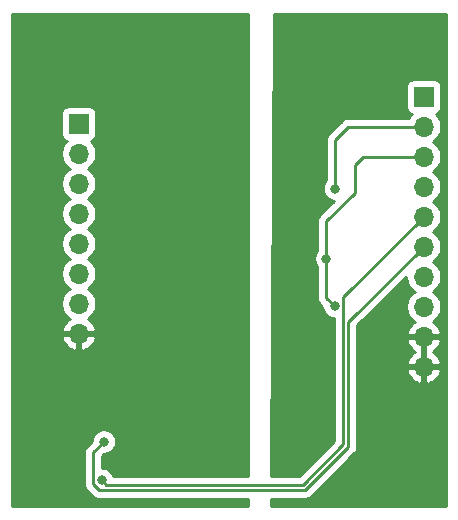
<source format=gbr>
%TF.GenerationSoftware,KiCad,Pcbnew,5.1.9+dfsg1-1*%
%TF.CreationDate,2021-05-25T15:53:09+02:00*%
%TF.ProjectId,i2c-control-interface,6932632d-636f-46e7-9472-6f6c2d696e74,rev?*%
%TF.SameCoordinates,Original*%
%TF.FileFunction,Copper,L2,Bot*%
%TF.FilePolarity,Positive*%
%FSLAX46Y46*%
G04 Gerber Fmt 4.6, Leading zero omitted, Abs format (unit mm)*
G04 Created by KiCad (PCBNEW 5.1.9+dfsg1-1) date 2021-05-25 15:53:09*
%MOMM*%
%LPD*%
G01*
G04 APERTURE LIST*
%TA.AperFunction,ComponentPad*%
%ADD10O,1.700000X1.700000*%
%TD*%
%TA.AperFunction,ComponentPad*%
%ADD11R,1.700000X1.700000*%
%TD*%
%TA.AperFunction,ViaPad*%
%ADD12C,0.800000*%
%TD*%
%TA.AperFunction,Conductor*%
%ADD13C,0.250000*%
%TD*%
%TA.AperFunction,Conductor*%
%ADD14C,0.254000*%
%TD*%
%TA.AperFunction,Conductor*%
%ADD15C,0.100000*%
%TD*%
G04 APERTURE END LIST*
D10*
%TO.P,J2,10*%
%TO.N,GND2*%
X141478000Y-128524000D03*
%TO.P,J2,9*%
X141478000Y-125984000D03*
%TO.P,J2,8*%
%TO.N,VCC*%
X141478000Y-123444000D03*
%TO.P,J2,7*%
%TO.N,/an_power*%
X141478000Y-120904000D03*
%TO.P,J2,6*%
%TO.N,/an_irsensor*%
X141478000Y-118364000D03*
%TO.P,J2,5*%
%TO.N,/an_overtemp*%
X141478000Y-115824000D03*
%TO.P,J2,4*%
%TO.N,/dig_transport*%
X141478000Y-113284000D03*
%TO.P,J2,3*%
%TO.N,/dig_heater*%
X141478000Y-110744000D03*
%TO.P,J2,2*%
%TO.N,/dig_fan*%
X141478000Y-108204000D03*
D11*
%TO.P,J2,1*%
%TO.N,/dig_thermostat*%
X141478000Y-105664000D03*
%TD*%
D10*
%TO.P,J1,8*%
%TO.N,GND1*%
X112268000Y-125730000D03*
%TO.P,J1,7*%
%TO.N,/power*%
X112268000Y-123190000D03*
%TO.P,J1,6*%
%TO.N,/irsensor*%
X112268000Y-120650000D03*
%TO.P,J1,5*%
%TO.N,/overtemp*%
X112268000Y-118110000D03*
%TO.P,J1,4*%
%TO.N,/transport*%
X112268000Y-115570000D03*
%TO.P,J1,3*%
%TO.N,/heater*%
X112268000Y-113030000D03*
%TO.P,J1,2*%
%TO.N,/fan*%
X112268000Y-110490000D03*
D11*
%TO.P,J1,1*%
%TO.N,/thermostat*%
X112268000Y-107950000D03*
%TD*%
D12*
%TO.N,GND1*%
X119913400Y-131470400D03*
X119888000Y-135001000D03*
%TO.N,GND2*%
X132562600Y-125171200D03*
X138836400Y-131927600D03*
X129032000Y-134594600D03*
X141554200Y-136880600D03*
X138049000Y-125018800D03*
X132892800Y-129997200D03*
X133172200Y-103860600D03*
%TO.N,/an_irsensor*%
X114401600Y-134874000D03*
%TO.N,/an_overtemp*%
X114223800Y-138150600D03*
%TO.N,/dig_heater*%
X133934200Y-123418600D03*
X133236499Y-119391901D03*
%TO.N,/dig_fan*%
X133961500Y-113459900D03*
%TD*%
D13*
%TO.N,/an_irsensor*%
X113498799Y-135776801D02*
X114401600Y-134874000D01*
X113498799Y-138498601D02*
X113498799Y-135776801D01*
X113981808Y-138981610D02*
X113498799Y-138498601D01*
X131428200Y-138981610D02*
X113981808Y-138981610D01*
X135109210Y-135300600D02*
X131428200Y-138981610D01*
X135109210Y-124732790D02*
X135109210Y-135300600D01*
X141478000Y-118364000D02*
X135109210Y-124732790D01*
%TO.N,/an_overtemp*%
X134659201Y-122642799D02*
X134659201Y-135114199D01*
X141478000Y-115824000D02*
X134659201Y-122642799D01*
X134659201Y-135114199D02*
X131241800Y-138531600D01*
X114604800Y-138531600D02*
X114223800Y-138150600D01*
X131241800Y-138531600D02*
X114604800Y-138531600D01*
%TO.N,/dig_heater*%
X133236499Y-122720899D02*
X133236499Y-119391901D01*
X133934200Y-123418600D02*
X133236499Y-122720899D01*
X133236499Y-116191501D02*
X135636000Y-113792000D01*
X135636000Y-113792000D02*
X135636000Y-111480600D01*
X136372600Y-110744000D02*
X141478000Y-110744000D01*
X135636000Y-111480600D02*
X136372600Y-110744000D01*
X133236499Y-119391901D02*
X133236499Y-116191501D01*
%TO.N,/dig_fan*%
X133961500Y-113459900D02*
X133961500Y-109345100D01*
X135102600Y-108204000D02*
X141478000Y-108204000D01*
X133961500Y-109345100D02*
X135102600Y-108204000D01*
%TD*%
D14*
%TO.N,GND2*%
X143340000Y-140340000D02*
X128577186Y-140340000D01*
X128580022Y-139741610D01*
X131390878Y-139741610D01*
X131428200Y-139745286D01*
X131465522Y-139741610D01*
X131465533Y-139741610D01*
X131577186Y-139730613D01*
X131720447Y-139687156D01*
X131852476Y-139616584D01*
X131968201Y-139521611D01*
X131992004Y-139492607D01*
X135620213Y-135864399D01*
X135649211Y-135840601D01*
X135744184Y-135724876D01*
X135814756Y-135592847D01*
X135858213Y-135449586D01*
X135869210Y-135337933D01*
X135869210Y-135337924D01*
X135872886Y-135300601D01*
X135869210Y-135263278D01*
X135869210Y-128880890D01*
X140036524Y-128880890D01*
X140081175Y-129028099D01*
X140206359Y-129290920D01*
X140380412Y-129524269D01*
X140596645Y-129719178D01*
X140846748Y-129868157D01*
X141121109Y-129965481D01*
X141351000Y-129844814D01*
X141351000Y-128651000D01*
X141605000Y-128651000D01*
X141605000Y-129844814D01*
X141834891Y-129965481D01*
X142109252Y-129868157D01*
X142359355Y-129719178D01*
X142575588Y-129524269D01*
X142749641Y-129290920D01*
X142874825Y-129028099D01*
X142919476Y-128880890D01*
X142798155Y-128651000D01*
X141605000Y-128651000D01*
X141351000Y-128651000D01*
X140157845Y-128651000D01*
X140036524Y-128880890D01*
X135869210Y-128880890D01*
X135869210Y-126340890D01*
X140036524Y-126340890D01*
X140081175Y-126488099D01*
X140206359Y-126750920D01*
X140380412Y-126984269D01*
X140596645Y-127179178D01*
X140722255Y-127254000D01*
X140596645Y-127328822D01*
X140380412Y-127523731D01*
X140206359Y-127757080D01*
X140081175Y-128019901D01*
X140036524Y-128167110D01*
X140157845Y-128397000D01*
X141351000Y-128397000D01*
X141351000Y-126111000D01*
X141605000Y-126111000D01*
X141605000Y-128397000D01*
X142798155Y-128397000D01*
X142919476Y-128167110D01*
X142874825Y-128019901D01*
X142749641Y-127757080D01*
X142575588Y-127523731D01*
X142359355Y-127328822D01*
X142233745Y-127254000D01*
X142359355Y-127179178D01*
X142575588Y-126984269D01*
X142749641Y-126750920D01*
X142874825Y-126488099D01*
X142919476Y-126340890D01*
X142798155Y-126111000D01*
X141605000Y-126111000D01*
X141351000Y-126111000D01*
X140157845Y-126111000D01*
X140036524Y-126340890D01*
X135869210Y-126340890D01*
X135869210Y-125047591D01*
X139993000Y-120923802D01*
X139993000Y-121050260D01*
X140050068Y-121337158D01*
X140162010Y-121607411D01*
X140324525Y-121850632D01*
X140531368Y-122057475D01*
X140705760Y-122174000D01*
X140531368Y-122290525D01*
X140324525Y-122497368D01*
X140162010Y-122740589D01*
X140050068Y-123010842D01*
X139993000Y-123297740D01*
X139993000Y-123590260D01*
X140050068Y-123877158D01*
X140162010Y-124147411D01*
X140324525Y-124390632D01*
X140531368Y-124597475D01*
X140713534Y-124719195D01*
X140596645Y-124788822D01*
X140380412Y-124983731D01*
X140206359Y-125217080D01*
X140081175Y-125479901D01*
X140036524Y-125627110D01*
X140157845Y-125857000D01*
X141351000Y-125857000D01*
X141351000Y-125837000D01*
X141605000Y-125837000D01*
X141605000Y-125857000D01*
X142798155Y-125857000D01*
X142919476Y-125627110D01*
X142874825Y-125479901D01*
X142749641Y-125217080D01*
X142575588Y-124983731D01*
X142359355Y-124788822D01*
X142242466Y-124719195D01*
X142424632Y-124597475D01*
X142631475Y-124390632D01*
X142793990Y-124147411D01*
X142905932Y-123877158D01*
X142963000Y-123590260D01*
X142963000Y-123297740D01*
X142905932Y-123010842D01*
X142793990Y-122740589D01*
X142631475Y-122497368D01*
X142424632Y-122290525D01*
X142250240Y-122174000D01*
X142424632Y-122057475D01*
X142631475Y-121850632D01*
X142793990Y-121607411D01*
X142905932Y-121337158D01*
X142963000Y-121050260D01*
X142963000Y-120757740D01*
X142905932Y-120470842D01*
X142793990Y-120200589D01*
X142631475Y-119957368D01*
X142424632Y-119750525D01*
X142250240Y-119634000D01*
X142424632Y-119517475D01*
X142631475Y-119310632D01*
X142793990Y-119067411D01*
X142905932Y-118797158D01*
X142963000Y-118510260D01*
X142963000Y-118217740D01*
X142905932Y-117930842D01*
X142793990Y-117660589D01*
X142631475Y-117417368D01*
X142424632Y-117210525D01*
X142250240Y-117094000D01*
X142424632Y-116977475D01*
X142631475Y-116770632D01*
X142793990Y-116527411D01*
X142905932Y-116257158D01*
X142963000Y-115970260D01*
X142963000Y-115677740D01*
X142905932Y-115390842D01*
X142793990Y-115120589D01*
X142631475Y-114877368D01*
X142424632Y-114670525D01*
X142250240Y-114554000D01*
X142424632Y-114437475D01*
X142631475Y-114230632D01*
X142793990Y-113987411D01*
X142905932Y-113717158D01*
X142963000Y-113430260D01*
X142963000Y-113137740D01*
X142905932Y-112850842D01*
X142793990Y-112580589D01*
X142631475Y-112337368D01*
X142424632Y-112130525D01*
X142250240Y-112014000D01*
X142424632Y-111897475D01*
X142631475Y-111690632D01*
X142793990Y-111447411D01*
X142905932Y-111177158D01*
X142963000Y-110890260D01*
X142963000Y-110597740D01*
X142905932Y-110310842D01*
X142793990Y-110040589D01*
X142631475Y-109797368D01*
X142424632Y-109590525D01*
X142250240Y-109474000D01*
X142424632Y-109357475D01*
X142631475Y-109150632D01*
X142793990Y-108907411D01*
X142905932Y-108637158D01*
X142963000Y-108350260D01*
X142963000Y-108057740D01*
X142905932Y-107770842D01*
X142793990Y-107500589D01*
X142631475Y-107257368D01*
X142499620Y-107125513D01*
X142572180Y-107103502D01*
X142682494Y-107044537D01*
X142779185Y-106965185D01*
X142858537Y-106868494D01*
X142917502Y-106758180D01*
X142953812Y-106638482D01*
X142966072Y-106514000D01*
X142966072Y-104814000D01*
X142953812Y-104689518D01*
X142917502Y-104569820D01*
X142858537Y-104459506D01*
X142779185Y-104362815D01*
X142682494Y-104283463D01*
X142572180Y-104224498D01*
X142452482Y-104188188D01*
X142328000Y-104175928D01*
X140628000Y-104175928D01*
X140503518Y-104188188D01*
X140383820Y-104224498D01*
X140273506Y-104283463D01*
X140176815Y-104362815D01*
X140097463Y-104459506D01*
X140038498Y-104569820D01*
X140002188Y-104689518D01*
X139989928Y-104814000D01*
X139989928Y-106514000D01*
X140002188Y-106638482D01*
X140038498Y-106758180D01*
X140097463Y-106868494D01*
X140176815Y-106965185D01*
X140273506Y-107044537D01*
X140383820Y-107103502D01*
X140456380Y-107125513D01*
X140324525Y-107257368D01*
X140199822Y-107444000D01*
X135139922Y-107444000D01*
X135102599Y-107440324D01*
X135065276Y-107444000D01*
X135065267Y-107444000D01*
X134953614Y-107454997D01*
X134810353Y-107498454D01*
X134678323Y-107569026D01*
X134594683Y-107637668D01*
X134562599Y-107663999D01*
X134538801Y-107692997D01*
X133450498Y-108781301D01*
X133421500Y-108805099D01*
X133397702Y-108834097D01*
X133397701Y-108834098D01*
X133326526Y-108920824D01*
X133255954Y-109052854D01*
X133212498Y-109196115D01*
X133197824Y-109345100D01*
X133201501Y-109382432D01*
X133201500Y-112756189D01*
X133157563Y-112800126D01*
X133044295Y-112969644D01*
X132966274Y-113158002D01*
X132926500Y-113357961D01*
X132926500Y-113561839D01*
X132966274Y-113761798D01*
X133044295Y-113950156D01*
X133157563Y-114119674D01*
X133301726Y-114263837D01*
X133471244Y-114377105D01*
X133659602Y-114455126D01*
X133858508Y-114494691D01*
X132725497Y-115627702D01*
X132696499Y-115651500D01*
X132672701Y-115680498D01*
X132672700Y-115680499D01*
X132601525Y-115767225D01*
X132530953Y-115899255D01*
X132487497Y-116042516D01*
X132472823Y-116191501D01*
X132476500Y-116228833D01*
X132476499Y-118688190D01*
X132432562Y-118732127D01*
X132319294Y-118901645D01*
X132241273Y-119090003D01*
X132201499Y-119289962D01*
X132201499Y-119493840D01*
X132241273Y-119693799D01*
X132319294Y-119882157D01*
X132432562Y-120051675D01*
X132476500Y-120095613D01*
X132476499Y-122683576D01*
X132472823Y-122720899D01*
X132476499Y-122758221D01*
X132476499Y-122758231D01*
X132487496Y-122869884D01*
X132525244Y-122994323D01*
X132530953Y-123013145D01*
X132601525Y-123145175D01*
X132641370Y-123193725D01*
X132696498Y-123260900D01*
X132725501Y-123284702D01*
X132899200Y-123458401D01*
X132899200Y-123520539D01*
X132938974Y-123720498D01*
X133016995Y-123908856D01*
X133130263Y-124078374D01*
X133274426Y-124222537D01*
X133443944Y-124335805D01*
X133632302Y-124413826D01*
X133832261Y-124453600D01*
X133899201Y-124453600D01*
X133899202Y-134799396D01*
X130926999Y-137771600D01*
X128589358Y-137771600D01*
X128774721Y-98660000D01*
X143340001Y-98660000D01*
X143340000Y-140340000D01*
%TA.AperFunction,Conductor*%
D15*
G36*
X143340000Y-140340000D02*
G01*
X128577186Y-140340000D01*
X128580022Y-139741610D01*
X131390878Y-139741610D01*
X131428200Y-139745286D01*
X131465522Y-139741610D01*
X131465533Y-139741610D01*
X131577186Y-139730613D01*
X131720447Y-139687156D01*
X131852476Y-139616584D01*
X131968201Y-139521611D01*
X131992004Y-139492607D01*
X135620213Y-135864399D01*
X135649211Y-135840601D01*
X135744184Y-135724876D01*
X135814756Y-135592847D01*
X135858213Y-135449586D01*
X135869210Y-135337933D01*
X135869210Y-135337924D01*
X135872886Y-135300601D01*
X135869210Y-135263278D01*
X135869210Y-128880890D01*
X140036524Y-128880890D01*
X140081175Y-129028099D01*
X140206359Y-129290920D01*
X140380412Y-129524269D01*
X140596645Y-129719178D01*
X140846748Y-129868157D01*
X141121109Y-129965481D01*
X141351000Y-129844814D01*
X141351000Y-128651000D01*
X141605000Y-128651000D01*
X141605000Y-129844814D01*
X141834891Y-129965481D01*
X142109252Y-129868157D01*
X142359355Y-129719178D01*
X142575588Y-129524269D01*
X142749641Y-129290920D01*
X142874825Y-129028099D01*
X142919476Y-128880890D01*
X142798155Y-128651000D01*
X141605000Y-128651000D01*
X141351000Y-128651000D01*
X140157845Y-128651000D01*
X140036524Y-128880890D01*
X135869210Y-128880890D01*
X135869210Y-126340890D01*
X140036524Y-126340890D01*
X140081175Y-126488099D01*
X140206359Y-126750920D01*
X140380412Y-126984269D01*
X140596645Y-127179178D01*
X140722255Y-127254000D01*
X140596645Y-127328822D01*
X140380412Y-127523731D01*
X140206359Y-127757080D01*
X140081175Y-128019901D01*
X140036524Y-128167110D01*
X140157845Y-128397000D01*
X141351000Y-128397000D01*
X141351000Y-126111000D01*
X141605000Y-126111000D01*
X141605000Y-128397000D01*
X142798155Y-128397000D01*
X142919476Y-128167110D01*
X142874825Y-128019901D01*
X142749641Y-127757080D01*
X142575588Y-127523731D01*
X142359355Y-127328822D01*
X142233745Y-127254000D01*
X142359355Y-127179178D01*
X142575588Y-126984269D01*
X142749641Y-126750920D01*
X142874825Y-126488099D01*
X142919476Y-126340890D01*
X142798155Y-126111000D01*
X141605000Y-126111000D01*
X141351000Y-126111000D01*
X140157845Y-126111000D01*
X140036524Y-126340890D01*
X135869210Y-126340890D01*
X135869210Y-125047591D01*
X139993000Y-120923802D01*
X139993000Y-121050260D01*
X140050068Y-121337158D01*
X140162010Y-121607411D01*
X140324525Y-121850632D01*
X140531368Y-122057475D01*
X140705760Y-122174000D01*
X140531368Y-122290525D01*
X140324525Y-122497368D01*
X140162010Y-122740589D01*
X140050068Y-123010842D01*
X139993000Y-123297740D01*
X139993000Y-123590260D01*
X140050068Y-123877158D01*
X140162010Y-124147411D01*
X140324525Y-124390632D01*
X140531368Y-124597475D01*
X140713534Y-124719195D01*
X140596645Y-124788822D01*
X140380412Y-124983731D01*
X140206359Y-125217080D01*
X140081175Y-125479901D01*
X140036524Y-125627110D01*
X140157845Y-125857000D01*
X141351000Y-125857000D01*
X141351000Y-125837000D01*
X141605000Y-125837000D01*
X141605000Y-125857000D01*
X142798155Y-125857000D01*
X142919476Y-125627110D01*
X142874825Y-125479901D01*
X142749641Y-125217080D01*
X142575588Y-124983731D01*
X142359355Y-124788822D01*
X142242466Y-124719195D01*
X142424632Y-124597475D01*
X142631475Y-124390632D01*
X142793990Y-124147411D01*
X142905932Y-123877158D01*
X142963000Y-123590260D01*
X142963000Y-123297740D01*
X142905932Y-123010842D01*
X142793990Y-122740589D01*
X142631475Y-122497368D01*
X142424632Y-122290525D01*
X142250240Y-122174000D01*
X142424632Y-122057475D01*
X142631475Y-121850632D01*
X142793990Y-121607411D01*
X142905932Y-121337158D01*
X142963000Y-121050260D01*
X142963000Y-120757740D01*
X142905932Y-120470842D01*
X142793990Y-120200589D01*
X142631475Y-119957368D01*
X142424632Y-119750525D01*
X142250240Y-119634000D01*
X142424632Y-119517475D01*
X142631475Y-119310632D01*
X142793990Y-119067411D01*
X142905932Y-118797158D01*
X142963000Y-118510260D01*
X142963000Y-118217740D01*
X142905932Y-117930842D01*
X142793990Y-117660589D01*
X142631475Y-117417368D01*
X142424632Y-117210525D01*
X142250240Y-117094000D01*
X142424632Y-116977475D01*
X142631475Y-116770632D01*
X142793990Y-116527411D01*
X142905932Y-116257158D01*
X142963000Y-115970260D01*
X142963000Y-115677740D01*
X142905932Y-115390842D01*
X142793990Y-115120589D01*
X142631475Y-114877368D01*
X142424632Y-114670525D01*
X142250240Y-114554000D01*
X142424632Y-114437475D01*
X142631475Y-114230632D01*
X142793990Y-113987411D01*
X142905932Y-113717158D01*
X142963000Y-113430260D01*
X142963000Y-113137740D01*
X142905932Y-112850842D01*
X142793990Y-112580589D01*
X142631475Y-112337368D01*
X142424632Y-112130525D01*
X142250240Y-112014000D01*
X142424632Y-111897475D01*
X142631475Y-111690632D01*
X142793990Y-111447411D01*
X142905932Y-111177158D01*
X142963000Y-110890260D01*
X142963000Y-110597740D01*
X142905932Y-110310842D01*
X142793990Y-110040589D01*
X142631475Y-109797368D01*
X142424632Y-109590525D01*
X142250240Y-109474000D01*
X142424632Y-109357475D01*
X142631475Y-109150632D01*
X142793990Y-108907411D01*
X142905932Y-108637158D01*
X142963000Y-108350260D01*
X142963000Y-108057740D01*
X142905932Y-107770842D01*
X142793990Y-107500589D01*
X142631475Y-107257368D01*
X142499620Y-107125513D01*
X142572180Y-107103502D01*
X142682494Y-107044537D01*
X142779185Y-106965185D01*
X142858537Y-106868494D01*
X142917502Y-106758180D01*
X142953812Y-106638482D01*
X142966072Y-106514000D01*
X142966072Y-104814000D01*
X142953812Y-104689518D01*
X142917502Y-104569820D01*
X142858537Y-104459506D01*
X142779185Y-104362815D01*
X142682494Y-104283463D01*
X142572180Y-104224498D01*
X142452482Y-104188188D01*
X142328000Y-104175928D01*
X140628000Y-104175928D01*
X140503518Y-104188188D01*
X140383820Y-104224498D01*
X140273506Y-104283463D01*
X140176815Y-104362815D01*
X140097463Y-104459506D01*
X140038498Y-104569820D01*
X140002188Y-104689518D01*
X139989928Y-104814000D01*
X139989928Y-106514000D01*
X140002188Y-106638482D01*
X140038498Y-106758180D01*
X140097463Y-106868494D01*
X140176815Y-106965185D01*
X140273506Y-107044537D01*
X140383820Y-107103502D01*
X140456380Y-107125513D01*
X140324525Y-107257368D01*
X140199822Y-107444000D01*
X135139922Y-107444000D01*
X135102599Y-107440324D01*
X135065276Y-107444000D01*
X135065267Y-107444000D01*
X134953614Y-107454997D01*
X134810353Y-107498454D01*
X134678323Y-107569026D01*
X134594683Y-107637668D01*
X134562599Y-107663999D01*
X134538801Y-107692997D01*
X133450498Y-108781301D01*
X133421500Y-108805099D01*
X133397702Y-108834097D01*
X133397701Y-108834098D01*
X133326526Y-108920824D01*
X133255954Y-109052854D01*
X133212498Y-109196115D01*
X133197824Y-109345100D01*
X133201501Y-109382432D01*
X133201500Y-112756189D01*
X133157563Y-112800126D01*
X133044295Y-112969644D01*
X132966274Y-113158002D01*
X132926500Y-113357961D01*
X132926500Y-113561839D01*
X132966274Y-113761798D01*
X133044295Y-113950156D01*
X133157563Y-114119674D01*
X133301726Y-114263837D01*
X133471244Y-114377105D01*
X133659602Y-114455126D01*
X133858508Y-114494691D01*
X132725497Y-115627702D01*
X132696499Y-115651500D01*
X132672701Y-115680498D01*
X132672700Y-115680499D01*
X132601525Y-115767225D01*
X132530953Y-115899255D01*
X132487497Y-116042516D01*
X132472823Y-116191501D01*
X132476500Y-116228833D01*
X132476499Y-118688190D01*
X132432562Y-118732127D01*
X132319294Y-118901645D01*
X132241273Y-119090003D01*
X132201499Y-119289962D01*
X132201499Y-119493840D01*
X132241273Y-119693799D01*
X132319294Y-119882157D01*
X132432562Y-120051675D01*
X132476500Y-120095613D01*
X132476499Y-122683576D01*
X132472823Y-122720899D01*
X132476499Y-122758221D01*
X132476499Y-122758231D01*
X132487496Y-122869884D01*
X132525244Y-122994323D01*
X132530953Y-123013145D01*
X132601525Y-123145175D01*
X132641370Y-123193725D01*
X132696498Y-123260900D01*
X132725501Y-123284702D01*
X132899200Y-123458401D01*
X132899200Y-123520539D01*
X132938974Y-123720498D01*
X133016995Y-123908856D01*
X133130263Y-124078374D01*
X133274426Y-124222537D01*
X133443944Y-124335805D01*
X133632302Y-124413826D01*
X133832261Y-124453600D01*
X133899201Y-124453600D01*
X133899202Y-134799396D01*
X130926999Y-137771600D01*
X128589358Y-137771600D01*
X128774721Y-98660000D01*
X143340001Y-98660000D01*
X143340000Y-140340000D01*
G37*
%TD.AperFunction*%
%TD*%
D14*
%TO.N,GND1*%
X126568200Y-137771600D02*
X115187089Y-137771600D01*
X115141005Y-137660344D01*
X115027737Y-137490826D01*
X114883574Y-137346663D01*
X114714056Y-137233395D01*
X114525698Y-137155374D01*
X114325739Y-137115600D01*
X114258799Y-137115600D01*
X114258799Y-136091603D01*
X114441402Y-135909000D01*
X114503539Y-135909000D01*
X114703498Y-135869226D01*
X114891856Y-135791205D01*
X115061374Y-135677937D01*
X115205537Y-135533774D01*
X115318805Y-135364256D01*
X115396826Y-135175898D01*
X115436600Y-134975939D01*
X115436600Y-134772061D01*
X115396826Y-134572102D01*
X115318805Y-134383744D01*
X115205537Y-134214226D01*
X115061374Y-134070063D01*
X114891856Y-133956795D01*
X114703498Y-133878774D01*
X114503539Y-133839000D01*
X114299661Y-133839000D01*
X114099702Y-133878774D01*
X113911344Y-133956795D01*
X113741826Y-134070063D01*
X113597663Y-134214226D01*
X113484395Y-134383744D01*
X113406374Y-134572102D01*
X113366600Y-134772061D01*
X113366600Y-134834198D01*
X112987797Y-135213002D01*
X112958799Y-135236800D01*
X112935001Y-135265798D01*
X112935000Y-135265799D01*
X112863825Y-135352525D01*
X112793253Y-135484555D01*
X112749797Y-135627816D01*
X112735123Y-135776801D01*
X112738800Y-135814133D01*
X112738799Y-138461278D01*
X112735123Y-138498601D01*
X112738799Y-138535923D01*
X112738799Y-138535933D01*
X112749796Y-138647586D01*
X112762469Y-138689363D01*
X112793253Y-138790847D01*
X112863825Y-138922877D01*
X112889808Y-138954537D01*
X112958798Y-139038602D01*
X112987802Y-139062405D01*
X113418004Y-139492607D01*
X113441807Y-139521611D01*
X113514954Y-139581641D01*
X113557531Y-139616584D01*
X113689561Y-139687156D01*
X113832822Y-139730613D01*
X113944475Y-139741610D01*
X113944485Y-139741610D01*
X113981808Y-139745286D01*
X114019131Y-139741610D01*
X126568200Y-139741610D01*
X126568200Y-140340000D01*
X106660000Y-140340000D01*
X106660000Y-126086890D01*
X110826524Y-126086890D01*
X110871175Y-126234099D01*
X110996359Y-126496920D01*
X111170412Y-126730269D01*
X111386645Y-126925178D01*
X111636748Y-127074157D01*
X111911109Y-127171481D01*
X112141000Y-127050814D01*
X112141000Y-125857000D01*
X112395000Y-125857000D01*
X112395000Y-127050814D01*
X112624891Y-127171481D01*
X112899252Y-127074157D01*
X113149355Y-126925178D01*
X113365588Y-126730269D01*
X113539641Y-126496920D01*
X113664825Y-126234099D01*
X113709476Y-126086890D01*
X113588155Y-125857000D01*
X112395000Y-125857000D01*
X112141000Y-125857000D01*
X110947845Y-125857000D01*
X110826524Y-126086890D01*
X106660000Y-126086890D01*
X106660000Y-107100000D01*
X110779928Y-107100000D01*
X110779928Y-108800000D01*
X110792188Y-108924482D01*
X110828498Y-109044180D01*
X110887463Y-109154494D01*
X110966815Y-109251185D01*
X111063506Y-109330537D01*
X111173820Y-109389502D01*
X111246380Y-109411513D01*
X111114525Y-109543368D01*
X110952010Y-109786589D01*
X110840068Y-110056842D01*
X110783000Y-110343740D01*
X110783000Y-110636260D01*
X110840068Y-110923158D01*
X110952010Y-111193411D01*
X111114525Y-111436632D01*
X111321368Y-111643475D01*
X111495760Y-111760000D01*
X111321368Y-111876525D01*
X111114525Y-112083368D01*
X110952010Y-112326589D01*
X110840068Y-112596842D01*
X110783000Y-112883740D01*
X110783000Y-113176260D01*
X110840068Y-113463158D01*
X110952010Y-113733411D01*
X111114525Y-113976632D01*
X111321368Y-114183475D01*
X111495760Y-114300000D01*
X111321368Y-114416525D01*
X111114525Y-114623368D01*
X110952010Y-114866589D01*
X110840068Y-115136842D01*
X110783000Y-115423740D01*
X110783000Y-115716260D01*
X110840068Y-116003158D01*
X110952010Y-116273411D01*
X111114525Y-116516632D01*
X111321368Y-116723475D01*
X111495760Y-116840000D01*
X111321368Y-116956525D01*
X111114525Y-117163368D01*
X110952010Y-117406589D01*
X110840068Y-117676842D01*
X110783000Y-117963740D01*
X110783000Y-118256260D01*
X110840068Y-118543158D01*
X110952010Y-118813411D01*
X111114525Y-119056632D01*
X111321368Y-119263475D01*
X111495760Y-119380000D01*
X111321368Y-119496525D01*
X111114525Y-119703368D01*
X110952010Y-119946589D01*
X110840068Y-120216842D01*
X110783000Y-120503740D01*
X110783000Y-120796260D01*
X110840068Y-121083158D01*
X110952010Y-121353411D01*
X111114525Y-121596632D01*
X111321368Y-121803475D01*
X111495760Y-121920000D01*
X111321368Y-122036525D01*
X111114525Y-122243368D01*
X110952010Y-122486589D01*
X110840068Y-122756842D01*
X110783000Y-123043740D01*
X110783000Y-123336260D01*
X110840068Y-123623158D01*
X110952010Y-123893411D01*
X111114525Y-124136632D01*
X111321368Y-124343475D01*
X111503534Y-124465195D01*
X111386645Y-124534822D01*
X111170412Y-124729731D01*
X110996359Y-124963080D01*
X110871175Y-125225901D01*
X110826524Y-125373110D01*
X110947845Y-125603000D01*
X112141000Y-125603000D01*
X112141000Y-125583000D01*
X112395000Y-125583000D01*
X112395000Y-125603000D01*
X113588155Y-125603000D01*
X113709476Y-125373110D01*
X113664825Y-125225901D01*
X113539641Y-124963080D01*
X113365588Y-124729731D01*
X113149355Y-124534822D01*
X113032466Y-124465195D01*
X113214632Y-124343475D01*
X113421475Y-124136632D01*
X113583990Y-123893411D01*
X113695932Y-123623158D01*
X113753000Y-123336260D01*
X113753000Y-123043740D01*
X113695932Y-122756842D01*
X113583990Y-122486589D01*
X113421475Y-122243368D01*
X113214632Y-122036525D01*
X113040240Y-121920000D01*
X113214632Y-121803475D01*
X113421475Y-121596632D01*
X113583990Y-121353411D01*
X113695932Y-121083158D01*
X113753000Y-120796260D01*
X113753000Y-120503740D01*
X113695932Y-120216842D01*
X113583990Y-119946589D01*
X113421475Y-119703368D01*
X113214632Y-119496525D01*
X113040240Y-119380000D01*
X113214632Y-119263475D01*
X113421475Y-119056632D01*
X113583990Y-118813411D01*
X113695932Y-118543158D01*
X113753000Y-118256260D01*
X113753000Y-117963740D01*
X113695932Y-117676842D01*
X113583990Y-117406589D01*
X113421475Y-117163368D01*
X113214632Y-116956525D01*
X113040240Y-116840000D01*
X113214632Y-116723475D01*
X113421475Y-116516632D01*
X113583990Y-116273411D01*
X113695932Y-116003158D01*
X113753000Y-115716260D01*
X113753000Y-115423740D01*
X113695932Y-115136842D01*
X113583990Y-114866589D01*
X113421475Y-114623368D01*
X113214632Y-114416525D01*
X113040240Y-114300000D01*
X113214632Y-114183475D01*
X113421475Y-113976632D01*
X113583990Y-113733411D01*
X113695932Y-113463158D01*
X113753000Y-113176260D01*
X113753000Y-112883740D01*
X113695932Y-112596842D01*
X113583990Y-112326589D01*
X113421475Y-112083368D01*
X113214632Y-111876525D01*
X113040240Y-111760000D01*
X113214632Y-111643475D01*
X113421475Y-111436632D01*
X113583990Y-111193411D01*
X113695932Y-110923158D01*
X113753000Y-110636260D01*
X113753000Y-110343740D01*
X113695932Y-110056842D01*
X113583990Y-109786589D01*
X113421475Y-109543368D01*
X113289620Y-109411513D01*
X113362180Y-109389502D01*
X113472494Y-109330537D01*
X113569185Y-109251185D01*
X113648537Y-109154494D01*
X113707502Y-109044180D01*
X113743812Y-108924482D01*
X113756072Y-108800000D01*
X113756072Y-107100000D01*
X113743812Y-106975518D01*
X113707502Y-106855820D01*
X113648537Y-106745506D01*
X113569185Y-106648815D01*
X113472494Y-106569463D01*
X113362180Y-106510498D01*
X113242482Y-106474188D01*
X113118000Y-106461928D01*
X111418000Y-106461928D01*
X111293518Y-106474188D01*
X111173820Y-106510498D01*
X111063506Y-106569463D01*
X110966815Y-106648815D01*
X110887463Y-106745506D01*
X110828498Y-106855820D01*
X110792188Y-106975518D01*
X110779928Y-107100000D01*
X106660000Y-107100000D01*
X106660000Y-98660000D01*
X126568200Y-98660000D01*
X126568200Y-137771600D01*
%TA.AperFunction,Conductor*%
D15*
G36*
X126568200Y-137771600D02*
G01*
X115187089Y-137771600D01*
X115141005Y-137660344D01*
X115027737Y-137490826D01*
X114883574Y-137346663D01*
X114714056Y-137233395D01*
X114525698Y-137155374D01*
X114325739Y-137115600D01*
X114258799Y-137115600D01*
X114258799Y-136091603D01*
X114441402Y-135909000D01*
X114503539Y-135909000D01*
X114703498Y-135869226D01*
X114891856Y-135791205D01*
X115061374Y-135677937D01*
X115205537Y-135533774D01*
X115318805Y-135364256D01*
X115396826Y-135175898D01*
X115436600Y-134975939D01*
X115436600Y-134772061D01*
X115396826Y-134572102D01*
X115318805Y-134383744D01*
X115205537Y-134214226D01*
X115061374Y-134070063D01*
X114891856Y-133956795D01*
X114703498Y-133878774D01*
X114503539Y-133839000D01*
X114299661Y-133839000D01*
X114099702Y-133878774D01*
X113911344Y-133956795D01*
X113741826Y-134070063D01*
X113597663Y-134214226D01*
X113484395Y-134383744D01*
X113406374Y-134572102D01*
X113366600Y-134772061D01*
X113366600Y-134834198D01*
X112987797Y-135213002D01*
X112958799Y-135236800D01*
X112935001Y-135265798D01*
X112935000Y-135265799D01*
X112863825Y-135352525D01*
X112793253Y-135484555D01*
X112749797Y-135627816D01*
X112735123Y-135776801D01*
X112738800Y-135814133D01*
X112738799Y-138461278D01*
X112735123Y-138498601D01*
X112738799Y-138535923D01*
X112738799Y-138535933D01*
X112749796Y-138647586D01*
X112762469Y-138689363D01*
X112793253Y-138790847D01*
X112863825Y-138922877D01*
X112889808Y-138954537D01*
X112958798Y-139038602D01*
X112987802Y-139062405D01*
X113418004Y-139492607D01*
X113441807Y-139521611D01*
X113514954Y-139581641D01*
X113557531Y-139616584D01*
X113689561Y-139687156D01*
X113832822Y-139730613D01*
X113944475Y-139741610D01*
X113944485Y-139741610D01*
X113981808Y-139745286D01*
X114019131Y-139741610D01*
X126568200Y-139741610D01*
X126568200Y-140340000D01*
X106660000Y-140340000D01*
X106660000Y-126086890D01*
X110826524Y-126086890D01*
X110871175Y-126234099D01*
X110996359Y-126496920D01*
X111170412Y-126730269D01*
X111386645Y-126925178D01*
X111636748Y-127074157D01*
X111911109Y-127171481D01*
X112141000Y-127050814D01*
X112141000Y-125857000D01*
X112395000Y-125857000D01*
X112395000Y-127050814D01*
X112624891Y-127171481D01*
X112899252Y-127074157D01*
X113149355Y-126925178D01*
X113365588Y-126730269D01*
X113539641Y-126496920D01*
X113664825Y-126234099D01*
X113709476Y-126086890D01*
X113588155Y-125857000D01*
X112395000Y-125857000D01*
X112141000Y-125857000D01*
X110947845Y-125857000D01*
X110826524Y-126086890D01*
X106660000Y-126086890D01*
X106660000Y-107100000D01*
X110779928Y-107100000D01*
X110779928Y-108800000D01*
X110792188Y-108924482D01*
X110828498Y-109044180D01*
X110887463Y-109154494D01*
X110966815Y-109251185D01*
X111063506Y-109330537D01*
X111173820Y-109389502D01*
X111246380Y-109411513D01*
X111114525Y-109543368D01*
X110952010Y-109786589D01*
X110840068Y-110056842D01*
X110783000Y-110343740D01*
X110783000Y-110636260D01*
X110840068Y-110923158D01*
X110952010Y-111193411D01*
X111114525Y-111436632D01*
X111321368Y-111643475D01*
X111495760Y-111760000D01*
X111321368Y-111876525D01*
X111114525Y-112083368D01*
X110952010Y-112326589D01*
X110840068Y-112596842D01*
X110783000Y-112883740D01*
X110783000Y-113176260D01*
X110840068Y-113463158D01*
X110952010Y-113733411D01*
X111114525Y-113976632D01*
X111321368Y-114183475D01*
X111495760Y-114300000D01*
X111321368Y-114416525D01*
X111114525Y-114623368D01*
X110952010Y-114866589D01*
X110840068Y-115136842D01*
X110783000Y-115423740D01*
X110783000Y-115716260D01*
X110840068Y-116003158D01*
X110952010Y-116273411D01*
X111114525Y-116516632D01*
X111321368Y-116723475D01*
X111495760Y-116840000D01*
X111321368Y-116956525D01*
X111114525Y-117163368D01*
X110952010Y-117406589D01*
X110840068Y-117676842D01*
X110783000Y-117963740D01*
X110783000Y-118256260D01*
X110840068Y-118543158D01*
X110952010Y-118813411D01*
X111114525Y-119056632D01*
X111321368Y-119263475D01*
X111495760Y-119380000D01*
X111321368Y-119496525D01*
X111114525Y-119703368D01*
X110952010Y-119946589D01*
X110840068Y-120216842D01*
X110783000Y-120503740D01*
X110783000Y-120796260D01*
X110840068Y-121083158D01*
X110952010Y-121353411D01*
X111114525Y-121596632D01*
X111321368Y-121803475D01*
X111495760Y-121920000D01*
X111321368Y-122036525D01*
X111114525Y-122243368D01*
X110952010Y-122486589D01*
X110840068Y-122756842D01*
X110783000Y-123043740D01*
X110783000Y-123336260D01*
X110840068Y-123623158D01*
X110952010Y-123893411D01*
X111114525Y-124136632D01*
X111321368Y-124343475D01*
X111503534Y-124465195D01*
X111386645Y-124534822D01*
X111170412Y-124729731D01*
X110996359Y-124963080D01*
X110871175Y-125225901D01*
X110826524Y-125373110D01*
X110947845Y-125603000D01*
X112141000Y-125603000D01*
X112141000Y-125583000D01*
X112395000Y-125583000D01*
X112395000Y-125603000D01*
X113588155Y-125603000D01*
X113709476Y-125373110D01*
X113664825Y-125225901D01*
X113539641Y-124963080D01*
X113365588Y-124729731D01*
X113149355Y-124534822D01*
X113032466Y-124465195D01*
X113214632Y-124343475D01*
X113421475Y-124136632D01*
X113583990Y-123893411D01*
X113695932Y-123623158D01*
X113753000Y-123336260D01*
X113753000Y-123043740D01*
X113695932Y-122756842D01*
X113583990Y-122486589D01*
X113421475Y-122243368D01*
X113214632Y-122036525D01*
X113040240Y-121920000D01*
X113214632Y-121803475D01*
X113421475Y-121596632D01*
X113583990Y-121353411D01*
X113695932Y-121083158D01*
X113753000Y-120796260D01*
X113753000Y-120503740D01*
X113695932Y-120216842D01*
X113583990Y-119946589D01*
X113421475Y-119703368D01*
X113214632Y-119496525D01*
X113040240Y-119380000D01*
X113214632Y-119263475D01*
X113421475Y-119056632D01*
X113583990Y-118813411D01*
X113695932Y-118543158D01*
X113753000Y-118256260D01*
X113753000Y-117963740D01*
X113695932Y-117676842D01*
X113583990Y-117406589D01*
X113421475Y-117163368D01*
X113214632Y-116956525D01*
X113040240Y-116840000D01*
X113214632Y-116723475D01*
X113421475Y-116516632D01*
X113583990Y-116273411D01*
X113695932Y-116003158D01*
X113753000Y-115716260D01*
X113753000Y-115423740D01*
X113695932Y-115136842D01*
X113583990Y-114866589D01*
X113421475Y-114623368D01*
X113214632Y-114416525D01*
X113040240Y-114300000D01*
X113214632Y-114183475D01*
X113421475Y-113976632D01*
X113583990Y-113733411D01*
X113695932Y-113463158D01*
X113753000Y-113176260D01*
X113753000Y-112883740D01*
X113695932Y-112596842D01*
X113583990Y-112326589D01*
X113421475Y-112083368D01*
X113214632Y-111876525D01*
X113040240Y-111760000D01*
X113214632Y-111643475D01*
X113421475Y-111436632D01*
X113583990Y-111193411D01*
X113695932Y-110923158D01*
X113753000Y-110636260D01*
X113753000Y-110343740D01*
X113695932Y-110056842D01*
X113583990Y-109786589D01*
X113421475Y-109543368D01*
X113289620Y-109411513D01*
X113362180Y-109389502D01*
X113472494Y-109330537D01*
X113569185Y-109251185D01*
X113648537Y-109154494D01*
X113707502Y-109044180D01*
X113743812Y-108924482D01*
X113756072Y-108800000D01*
X113756072Y-107100000D01*
X113743812Y-106975518D01*
X113707502Y-106855820D01*
X113648537Y-106745506D01*
X113569185Y-106648815D01*
X113472494Y-106569463D01*
X113362180Y-106510498D01*
X113242482Y-106474188D01*
X113118000Y-106461928D01*
X111418000Y-106461928D01*
X111293518Y-106474188D01*
X111173820Y-106510498D01*
X111063506Y-106569463D01*
X110966815Y-106648815D01*
X110887463Y-106745506D01*
X110828498Y-106855820D01*
X110792188Y-106975518D01*
X110779928Y-107100000D01*
X106660000Y-107100000D01*
X106660000Y-98660000D01*
X126568200Y-98660000D01*
X126568200Y-137771600D01*
G37*
%TD.AperFunction*%
%TD*%
M02*

</source>
